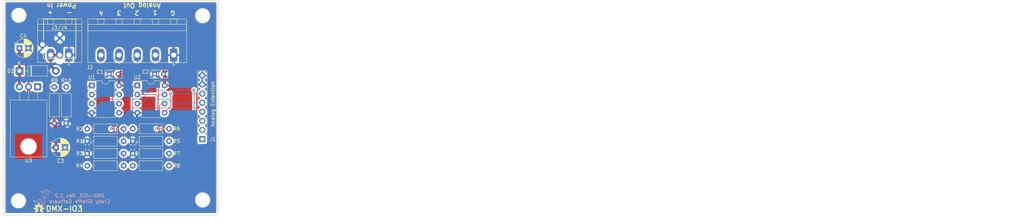
<source format=kicad_pcb>
(kicad_pcb (version 20171130) (host pcbnew "(5.0.0)")
  (title_block (title "DMX Demonstrator - Analog IO Amplify (DMX-IO3)") (date 2023-07-01) (rev 1.2) (company "Crazy Giraffe Software") (comment 2 "Designed by: SparkyBobo") (comment 3 https://creativecommons.org/licenses/by-sa/4.0/) (comment 4 "Released under the Creative Commons Attribution Share-Alike 4.0m License"))
  (layers (0 F.Cu signal) (31 B.Cu signal) (34 B.Paste user) (35 F.Paste user) (36 B.SilkS user) (37 F.SilkS user) (38 B.Mask user) (39 F.Mask user) (44 Edge.Cuts user))
  (net 0 "")
  (net 1 GND)
  (net 2 /AO1)
  (net 3 /AO0)
  (net 4 /AO3)
  (net 5 /AO2)
  (net 6 "Net-(J2-Pad2)")
  (net 7 "Net-(J2-Pad3)")
  (net 8 "Net-(J2-Pad4)")
  (net 9 "Net-(J2-Pad5)")
  (net 10 "Net-(R1-Pad2)")
  (net 11 "Net-(R10-Pad2)")
  (net 12 "Net-(D1-Pad2)")
  (net 13 "Net-(R3-Pad2)")
  (net 14 "Net-(R5-Pad2)")
  (net 15 "Net-(R7-Pad2)")
  (net 16 "Net-(C1-Pad1)")
  (net 17 "Net-(C4-Pad1)")
  (net 18 "Net-(J1-Pad1)")
  (net 19 "Net-(J1-Pad2)")
  (module Package_TO_SOT_THT:TO-220-3_Horizontal_TabDown (layer F.Cu) (at 135.89 97.9805 180)
    (fp_text reference U3 (at 2.54 -20.58 180) (layer F.SilkS))
    (fp_text value LM317T)
    (pad "" np_thru_hole oval (at 2.54 -16.66 180) (size 3.5 3.5) (drill 3.5) (layers *.Cu *.Mask))
    (pad 1 thru_hole rect (at 0 0 180) (size 1.905 2) (drill 1.1) (layers *.Cu *.Mask) (net 11 "Net-(R10-Pad2)"))
    (pad 2 thru_hole oval (at 2.54 0 180) (size 1.905 2) (drill 1.1) (layers *.Cu *.Mask) (net 16 "Net-(C1-Pad1)"))
    (pad 3 thru_hole oval (at 5.08 0 180) (size 1.905 2) (drill 1.1) (layers *.Cu *.Mask) (net 17 "Net-(C4-Pad1)"))
  )
  (module Resistor_THT:R_Axial_DIN0207_L6.3mm_D2.5mm_P10.16mm_Horizontal (layer F.Cu) (at 149.733 113.157)
    (fp_text reference R1 (at -2.159 0) (layer F.SilkS))
    (fp_text value "22.6k 1%")
    (pad 2 thru_hole oval (at 10.16 0) (size 1.6 1.6) (drill 0.8) (layers *.Cu *.Mask) (net 10 "Net-(R1-Pad2)"))
    (pad 1 thru_hole circle (at 0 0) (size 1.6 1.6) (drill 0.8) (layers *.Cu *.Mask) (net 1 GND))
  )
  (module Resistor_THT:R_Axial_DIN0207_L6.3mm_D2.5mm_P10.16mm_Horizontal (layer F.Cu) (at 149.733 109.728)
    (fp_text reference R2 (at -2.159 0) (layer F.SilkS))
    (fp_text value "68.1k 1%")
    (pad 1 thru_hole circle (at 0 0) (size 1.6 1.6) (drill 0.8) (layers *.Cu *.Mask) (net 9 "Net-(J2-Pad5)"))
    (pad 2 thru_hole oval (at 10.16 0) (size 1.6 1.6) (drill 0.8) (layers *.Cu *.Mask) (net 10 "Net-(R1-Pad2)"))
  )
  (module Resistor_THT:R_Axial_DIN0207_L6.3mm_D2.5mm_P10.16mm_Horizontal (layer F.Cu) (at 149.733 116.586)
    (fp_text reference R3 (at -2.159 0) (layer F.SilkS))
    (fp_text value "22.6k 1%")
    (pad 2 thru_hole oval (at 10.16 0) (size 1.6 1.6) (drill 0.8) (layers *.Cu *.Mask) (net 13 "Net-(R3-Pad2)"))
    (pad 1 thru_hole circle (at 0 0) (size 1.6 1.6) (drill 0.8) (layers *.Cu *.Mask) (net 1 GND))
  )
  (module Resistor_THT:R_Axial_DIN0207_L6.3mm_D2.5mm_P10.16mm_Horizontal (layer F.Cu) (at 159.893 120.015 180)
    (fp_text reference R4 (at 12.3825 0 180) (layer F.SilkS))
    (fp_text value "68.1k 1%")
    (pad 1 thru_hole circle (at 0 0 180) (size 1.6 1.6) (drill 0.8) (layers *.Cu *.Mask) (net 13 "Net-(R3-Pad2)"))
    (pad 2 thru_hole oval (at 10.16 0 180) (size 1.6 1.6) (drill 0.8) (layers *.Cu *.Mask) (net 8 "Net-(J2-Pad4)"))
  )
  (module Resistor_THT:R_Axial_DIN0207_L6.3mm_D2.5mm_P10.16mm_Horizontal (layer F.Cu) (at 162.433 113.157)
    (fp_text reference R5 (at 12.2555 0) (layer F.SilkS))
    (fp_text value "22.6k 1%")
    (pad 2 thru_hole oval (at 10.16 0) (size 1.6 1.6) (drill 0.8) (layers *.Cu *.Mask) (net 14 "Net-(R5-Pad2)"))
    (pad 1 thru_hole circle (at 0 0) (size 1.6 1.6) (drill 0.8) (layers *.Cu *.Mask) (net 1 GND))
  )
  (module Resistor_THT:R_Axial_DIN0207_L6.3mm_D2.5mm_P10.16mm_Horizontal (layer F.Cu) (at 172.593 109.6645 180)
    (fp_text reference R6 (at -2.0955 0 180) (layer F.SilkS))
    (fp_text value "68.1k 1%")
    (pad 1 thru_hole circle (at 0 0 180) (size 1.6 1.6) (drill 0.8) (layers *.Cu *.Mask) (net 14 "Net-(R5-Pad2)"))
    (pad 2 thru_hole oval (at 10.16 0 180) (size 1.6 1.6) (drill 0.8) (layers *.Cu *.Mask) (net 7 "Net-(J2-Pad3)"))
  )
  (module Resistor_THT:R_Axial_DIN0207_L6.3mm_D2.5mm_P10.16mm_Horizontal (layer F.Cu) (at 162.433 116.586)
    (fp_text reference R7 (at 12.2555 0) (layer F.SilkS))
    (fp_text value "22.6k 1%")
    (pad 2 thru_hole oval (at 10.16 0) (size 1.6 1.6) (drill 0.8) (layers *.Cu *.Mask) (net 15 "Net-(R7-Pad2)"))
    (pad 1 thru_hole circle (at 0 0) (size 1.6 1.6) (drill 0.8) (layers *.Cu *.Mask) (net 1 GND))
  )
  (module Resistor_THT:R_Axial_DIN0207_L6.3mm_D2.5mm_P10.16mm_Horizontal (layer F.Cu) (at 172.593 120.015 180)
    (fp_text reference R8 (at -2.0955 0 180) (layer F.SilkS))
    (fp_text value "68.1k 1%")
    (pad 1 thru_hole circle (at 0 0 180) (size 1.6 1.6) (drill 0.8) (layers *.Cu *.Mask) (net 15 "Net-(R7-Pad2)"))
    (pad 2 thru_hole oval (at 10.16 0 180) (size 1.6 1.6) (drill 0.8) (layers *.Cu *.Mask) (net 6 "Net-(J2-Pad2)"))
  )
  (module Capacitor_THT:CP_Radial_D5.0mm_P2.50mm (layer F.Cu) (at 141.0335 114.935)
    (fp_text reference C3 (at 1.25 3.7465) (layer F.SilkS))
    (fp_text value 10uF)
    (pad 1 thru_hole rect (at 0 0) (size 1.6 1.6) (drill 0.8) (layers *.Cu *.Mask) (net 16 "Net-(C1-Pad1)"))
    (pad 2 thru_hole circle (at 2.5 0) (size 1.6 1.6) (drill 0.8) (layers *.Cu *.Mask) (net 1 GND))
  )
  (module Connector_PinSocket_2.54mm:PinSocket_1x08_P2.54mm_Vertical (layer F.Cu) (at 181.864 112.5855 180)
    (fp_text reference J1 (at -2.8575 0 180) (layer F.SilkS))
    (fp_text value "Analog Extension")
    (pad 1 thru_hole rect (at 0 0 180) (size 1.7 1.7) (drill 1) (layers *.Cu *.Mask) (net 18 "Net-(J1-Pad1)"))
    (pad 2 thru_hole oval (at 0 2.54 180) (size 1.7 1.7) (drill 1) (layers *.Cu *.Mask) (net 19 "Net-(J1-Pad2)"))
    (pad 3 thru_hole oval (at 0 5.08 180) (size 1.7 1.7) (drill 1) (layers *.Cu *.Mask) (net 4 /AO3))
    (pad 4 thru_hole oval (at 0 7.62 180) (size 1.7 1.7) (drill 1) (layers *.Cu *.Mask) (net 5 /AO2))
    (pad 5 thru_hole oval (at 0 10.16 180) (size 1.7 1.7) (drill 1) (layers *.Cu *.Mask) (net 2 /AO1))
    (pad 6 thru_hole oval (at 0 12.7 180) (size 1.7 1.7) (drill 1) (layers *.Cu *.Mask) (net 3 /AO0))
    (pad 7 thru_hole oval (at 0 15.24 180) (size 1.7 1.7) (drill 1) (layers *.Cu *.Mask) (net 1 GND))
    (pad 8 thru_hole oval (at 0 17.78 180) (size 1.7 1.7) (drill 1) (layers *.Cu *.Mask) (net 1 GND))
  )
  (module Package_DIP:DIP-8_W7.62mm (layer F.Cu) (at 163.703 97.5995)
    (fp_text reference U2 (at 0 -2.286) (layer F.SilkS))
    (fp_text value TLV2772)
    (pad 8 thru_hole oval (at 7.62 0) (size 1.6 1.6) (drill 0.8) (layers *.Cu *.Mask) (net 16 "Net-(C1-Pad1)"))
    (pad 4 thru_hole oval (at 0 7.62) (size 1.6 1.6) (drill 0.8) (layers *.Cu *.Mask) (net 1 GND))
    (pad 7 thru_hole oval (at 7.62 2.54) (size 1.6 1.6) (drill 0.8) (layers *.Cu *.Mask) (net 6 "Net-(J2-Pad2)"))
    (pad 3 thru_hole oval (at 0 5.08) (size 1.6 1.6) (drill 0.8) (layers *.Cu *.Mask) (net 2 /AO1))
    (pad 6 thru_hole oval (at 7.62 5.08) (size 1.6 1.6) (drill 0.8) (layers *.Cu *.Mask) (net 15 "Net-(R7-Pad2)"))
    (pad 2 thru_hole oval (at 0 2.54) (size 1.6 1.6) (drill 0.8) (layers *.Cu *.Mask) (net 14 "Net-(R5-Pad2)"))
    (pad 5 thru_hole oval (at 7.62 7.62) (size 1.6 1.6) (drill 0.8) (layers *.Cu *.Mask) (net 3 /AO0))
    (pad 1 thru_hole rect (at 0 0) (size 1.6 1.6) (drill 0.8) (layers *.Cu *.Mask) (net 7 "Net-(J2-Pad3)"))
  )
  (module Package_DIP:DIP-8_W7.62mm (layer F.Cu) (at 151.003 97.5995)
    (fp_text reference U1 (at 0 -2.286) (layer F.SilkS))
    (fp_text value TLV2772)
    (pad 1 thru_hole rect (at 0 0) (size 1.6 1.6) (drill 0.8) (layers *.Cu *.Mask) (net 9 "Net-(J2-Pad5)"))
    (pad 5 thru_hole oval (at 7.62 7.62) (size 1.6 1.6) (drill 0.8) (layers *.Cu *.Mask) (net 5 /AO2))
    (pad 2 thru_hole oval (at 0 2.54) (size 1.6 1.6) (drill 0.8) (layers *.Cu *.Mask) (net 10 "Net-(R1-Pad2)"))
    (pad 6 thru_hole oval (at 7.62 5.08) (size 1.6 1.6) (drill 0.8) (layers *.Cu *.Mask) (net 13 "Net-(R3-Pad2)"))
    (pad 3 thru_hole oval (at 0 5.08) (size 1.6 1.6) (drill 0.8) (layers *.Cu *.Mask) (net 4 /AO3))
    (pad 7 thru_hole oval (at 7.62 2.54) (size 1.6 1.6) (drill 0.8) (layers *.Cu *.Mask) (net 8 "Net-(J2-Pad4)"))
    (pad 4 thru_hole oval (at 0 7.62) (size 1.6 1.6) (drill 0.8) (layers *.Cu *.Mask) (net 1 GND))
    (pad 8 thru_hole oval (at 7.62 0) (size 1.6 1.6) (drill 0.8) (layers *.Cu *.Mask) (net 16 "Net-(C1-Pad1)"))
  )
  (module Connector_Phoenix_MSTB:PhoenixContact_MSTBA_2,5_5-G-5,08_1x05_P5.08mm_Horizontal (layer F.Cu) (at 173.8579 89.121 180)
    (fp_text reference J2 (at 23.3756 -3.3731) (layer F.SilkS))
    (fp_text value Output)
    (pad 1 thru_hole rect (at 0 0 180) (size 2.08 3.6) (drill 1.4) (layers *.Cu *.Mask) (net 1 GND))
    (pad 2 thru_hole oval (at 5.08 0 180) (size 2.08 3.6) (drill 1.4) (layers *.Cu *.Mask) (net 6 "Net-(J2-Pad2)"))
    (pad 3 thru_hole oval (at 10.16 0 180) (size 2.08 3.6) (drill 1.4) (layers *.Cu *.Mask) (net 7 "Net-(J2-Pad3)"))
    (pad 4 thru_hole oval (at 15.24 0 180) (size 2.08 3.6) (drill 1.4) (layers *.Cu *.Mask) (net 8 "Net-(J2-Pad4)"))
    (pad 5 thru_hole oval (at 20.32 0 180) (size 2.08 3.6) (drill 1.4) (layers *.Cu *.Mask) (net 9 "Net-(J2-Pad5)"))
  )
  (module Capacitor_THT:C_Rect_L4.6mm_W2.0mm_P2.50mm_MKS02_FKP02 (layer F.Cu) (at 171.069 94.4245 180)
    (fp_text reference C2 (at 5.08 0.635 180) (layer F.SilkS))
    (fp_text value 0.1uF)
    (pad 2 thru_hole circle (at 2.5 0 180) (size 1.4 1.4) (drill 0.7) (layers *.Cu *.Mask) (net 1 GND))
    (pad 1 thru_hole circle (at 0 0 180) (size 1.4 1.4) (drill 0.7) (layers *.Cu *.Mask) (net 16 "Net-(C1-Pad1)"))
  )
  (module Capacitor_THT:C_Rect_L4.6mm_W2.0mm_P2.50mm_MKS02_FKP02 (layer F.Cu) (at 158.369 94.4245 180)
    (fp_text reference C1 (at 5.08 0.635 180) (layer F.SilkS))
    (fp_text value 0.1uF)
    (pad 1 thru_hole circle (at 0 0 180) (size 1.4 1.4) (drill 0.7) (layers *.Cu *.Mask) (net 16 "Net-(C1-Pad1)"))
    (pad 2 thru_hole circle (at 2.5 0 180) (size 1.4 1.4) (drill 0.7) (layers *.Cu *.Mask) (net 1 GND))
  )
  (module Capacitor_THT:CP_Radial_D5.0mm_P2.50mm (layer F.Cu) (at 130.81 87.1855)
    (fp_text reference C4 (at 1.0795 -3.429 -180) (layer F.SilkS))
    (fp_text value 10uF)
    (pad 1 thru_hole rect (at 0 0) (size 1.6 1.6) (drill 0.8) (layers *.Cu *.Mask) (net 17 "Net-(C4-Pad1)"))
    (pad 2 thru_hole circle (at 2.5 0) (size 1.6 1.6) (drill 0.8) (layers *.Cu *.Mask) (net 1 GND))
  )
  (module Connector_Phoenix_MSTB:PhoenixContact_MSTBA_2,5_2-G-5,08_1x02_P5.08mm_Horizontal (layer F.Cu) (at 144.5895 89.0905 180)
    (fp_text reference J3 hide)
    (fp_text value Power)
    (pad 1 thru_hole rect (at 0 0 180) (size 2.08 3.6) (drill 1.4) (layers *.Cu *.Mask) (net 1 GND))
    (pad 2 thru_hole oval (at 5.08 0 180) (size 2.08 3.6) (drill 1.4) (layers *.Cu *.Mask) (net 12 "Net-(D1-Pad2)"))
  )
  (module Connectors:POWER_JACK_PTH_BREAD (layer F.Cu) (at 142.0495 75.438 180)
    (fp_text reference J4 hide)
    (fp_text value Power hide)
    (pad GND thru_hole circle (at 0 -7.8994 180) (size 1.94818 1.94818) (drill 1.29794) (layers *.Cu *.Mask) (net 1 GND))
    (pad GNDB thru_hole circle (at 4.79806 -10.69848 180) (size 1.94818 1.94818) (drill 1.29794) (layers *.Cu *.Mask) (net 1 GND))
    (pad PWR thru_hole circle (at 0 -13.69822 180) (size 1.94818 1.94818) (drill 1.29794) (layers *.Cu *.Mask) (net 12 "Net-(D1-Pad2)"))
  )
  (module Diode_THT:D_DO-41_SOD81_P10.16mm_Horizontal (layer F.Cu) (at 130.81 93.5355)
    (fp_text reference D1 (at -2.4384 0) (layer F.SilkS))
    (fp_text value 1N5819)
    (fp_text user K (at 0 -2.1) (layer F.SilkS))
    (pad 1 thru_hole rect (at 0 0) (size 2.2 2.2) (drill 1.1) (layers *.Cu *.Mask) (net 17 "Net-(C4-Pad1)"))
    (pad 2 thru_hole oval (at 10.16 0) (size 2.2 2.2) (drill 1.1) (layers *.Cu *.Mask) (net 12 "Net-(D1-Pad2)"))
  )
  (module Resistor_THT:R_Axial_DIN0207_L6.3mm_D2.5mm_P10.16mm_Horizontal (layer F.Cu) (at 143.8783 108.1532 90)
    (fp_text reference R10 (at 11.9507 0.0127 180) (layer F.SilkS))
    (fp_text value "2.74k 1%")
    (pad 1 thru_hole circle (at 0 0 90) (size 1.6 1.6) (drill 0.8) (layers *.Cu *.Mask) (net 1 GND))
    (pad 2 thru_hole oval (at 10.16 0 90) (size 1.6 1.6) (drill 0.8) (layers *.Cu *.Mask) (net 11 "Net-(R10-Pad2)"))
  )
  (module Resistor_THT:R_Axial_DIN0207_L6.3mm_D2.5mm_P10.16mm_Horizontal (layer F.Cu) (at 140.5255 97.9932 270)
    (fp_text reference R9 (at -1.7907 0) (layer F.SilkS))
    (fp_text value "392 1%")
    (pad 1 thru_hole circle (at 0 0 270) (size 1.6 1.6) (drill 0.8) (layers *.Cu *.Mask) (net 11 "Net-(R10-Pad2)"))
    (pad 2 thru_hole oval (at 10.16 0 270) (size 1.6 1.6) (drill 0.8) (layers *.Cu *.Mask) (net 16 "Net-(C1-Pad1)"))
  )
  (module MountingHole:MountingHole_3.2mm_M3 (layer F.Cu) (at 181.9605 78.1355)
    (fp_text reference MH2 hide)
    (fp_text value MountingHole)
    (pad 1 np_thru_hole circle (at 0 0) (size 3.2 3.2) (drill 3.2) (layers *.Cu *.Mask))
  )
  (module MountingHole:MountingHole_3.2mm_M3 (layer F.Cu) (at 130.5255 129.8245)
    (fp_text reference MH3 hide)
    (fp_text value MountingHole)
    (pad 1 np_thru_hole circle (at 0 0) (size 3.2 3.2) (drill 3.2) (layers *.Cu *.Mask))
  )
  (module MountingHole:MountingHole_3.2mm_M3 (layer F.Cu) (at 181.9605 129.5705)
    (fp_text reference MH4 hide)
    (fp_text value MountingHole)
    (pad 1 np_thru_hole circle (at 0 0) (size 3.2 3.2) (drill 3.2) (layers *.Cu *.Mask))
  )
  (module MountingHole:MountingHole_3.2mm_M3 (layer F.Cu) (at 130.6525 78.0085)
    (fp_text reference MH1 hide)
    (fp_text value MountingHole)
    (pad 1 np_thru_hole circle (at 0 0) (size 3.2 3.2) (drill 3.2) (layers *.Cu *.Mask))
  )
  (module footprints:OSHW-LOGO-S (layer F.Cu) (at 136.271 131.953)
    (fp_text reference "" (at 0 0) (layer F.SilkS) (effects (font (size 1.524 1.524))))
    (fp_text value "" (at 0 0) (layer F.SilkS) (effects (font (size 1.524 1.524))))
  )
  (module footprints:logo_cr_5x5 (layer B.Cu) (at 137.0965 129.3495 180)
    (fp_text reference G*** hide)
    (fp_text value LOGO hide)
  )
  (gr_text "Analog Extention" (at 184.785 102.8065 90) (layer F.SilkS) (effects (font (size 1 1))))
  (gr_text J3/J4 (at 141.9225 81.4705) (layer F.SilkS) (effects (font (size 1 1))))
  (gr_text " -    +\nPower In" (at 142.5575 76.327 180) (layer F.SilkS) (effects (font (size 1.25 1.25) (thickness 0.25))))
  (gr_line (start 127.0914 73.8175) (end 185.5114 73.8175) (layer Edge.Cuts) (width 0.15))
  (gr_line (start 186.3472 74.6355) (end 186.342 132.969) (layer Edge.Cuts) (width 0.15))
  (gr_arc (start 185.5292 133.0325) (end 185.4835 133.7945) (angle -90) (layer Edge.Cuts) (width 0.15))
  (gr_arc (start 185.5292 74.6355) (end 186.3472 74.6355) (angle -90) (layer Edge.Cuts) (width 0.15))
  (gr_arc (start 127.0914 74.5795) (end 127.0914 73.8175) (angle -90) (layer Edge.Cuts) (width 0.15))
  (gr_arc (start 127.0965 133.0325) (end 126.3345 133.0325) (angle -90) (layer Edge.Cuts) (width 0.15))
  (gr_line (start 127.0965 133.7945) (end 185.4835 133.7945) (layer Edge.Cuts) (width 0.15))
  (gr_line (start 126.3294 133.0555) (end 126.3294 74.5795) (layer Edge.Cuts) (width 0.15))
  (gr_text "DMX-IO3, Rev 1.2\nCrazy Giraffe Software\n\n" (at 147.6375 129.9845) (layer B.SilkS) (effects (font (size 1 1) (thickness 0.15) italic) (justify mirror)))
  (gr_text DMX-IO3 (at 143.3195 132.0165) (layer F.SilkS) (effects (font (size 1.5 1.5) (thickness 0.3))))
  (gr_text "   G    1    2    3    4\nAnalog Out" (at 165.0619 76.3397 180) (layer F.SilkS) (effects (font (size 1.25 1.25) (thickness 0.25))))
  (segment (start 173.8579 89.121) (end 174.0789 88.9) (width 0.75) (layer B.Cu) (net 1))
  (segment (start 143.5335 108.498) (end 143.8783 108.1532) (width 0.75) (layer B.Cu) (net 1))
  (segment (start 143.5335 114.935) (end 143.5335 108.498) (width 0.75) (layer B.Cu) (net 1))
  (segment (start 173.9265 89.1896) (end 173.8579 89.121) (width 0.75) (layer B.Cu) (net 1))
  (segment (start 143.8783 108.1532) (end 144.526 107.5055) (width 0.75) (layer B.Cu) (net 1))
  (segment (start 173.99 94.8055) (end 173.9265 94.869) (width 0.75) (layer B.Cu) (net 1))
  (segment (start 181.864 94.8055) (end 173.99 94.8055) (width 0.75) (layer B.Cu) (net 1))
  (segment (start 181.864 97.3455) (end 174.0535 97.3455) (width 0.75) (layer B.Cu) (net 1))
  (segment (start 173.9265 92.2655) (end 173.9265 89.1896) (width 0.75) (layer B.Cu) (net 1))
  (segment (start 173.9265 94.869) (end 173.9265 92.2655) (width 0.75) (layer B.Cu) (net 1))
  (segment (start 168.569 92.369) (end 168.4655 92.2655) (width 0.75) (layer B.Cu) (net 1))
  (segment (start 168.569 94.4245) (end 168.569 92.369) (width 0.75) (layer B.Cu) (net 1))
  (segment (start 173.9265 92.2655) (end 168.4655 92.2655) (width 0.75) (layer B.Cu) (net 1))
  (segment (start 168.4655 92.2655) (end 156.1465 92.2655) (width 0.75) (layer B.Cu) (net 1))
  (segment (start 151.003 105.2195) (end 151.003 107.5055) (width 0.75) (layer B.Cu) (net 1))
  (segment (start 163.703 107.442) (end 163.6395 107.5055) (width 0.75) (layer B.Cu) (net 1))
  (segment (start 163.703 105.2195) (end 163.703 107.442) (width 0.75) (layer B.Cu) (net 1))
  (segment (start 149.733 113.157) (end 149.733 116.586) (width 0.75) (layer B.Cu) (net 1))
  (segment (start 162.433 113.157) (end 162.433 116.586) (width 0.75) (layer B.Cu) (net 1))
  (segment (start 151.003 107.5055) (end 151.5745 107.5055) (width 0.75) (layer B.Cu) (net 1))
  (segment (start 151.5745 107.5055) (end 163.6395 107.5055) (width 0.75) (layer B.Cu) (net 1))
  (segment (start 164.4015 112.0775) (end 164.4015 107.569) (width 0.75) (layer B.Cu) (net 1))
  (segment (start 162.433 113.157) (end 163.322 113.157) (width 0.75) (layer B.Cu) (net 1))
  (segment (start 163.322 113.157) (end 164.4015 112.0775) (width 0.75) (layer B.Cu) (net 1))
  (segment (start 151.5745 112.268) (end 151.5745 107.5055) (width 0.75) (layer B.Cu) (net 1))
  (segment (start 149.733 113.157) (end 150.6855 113.157) (width 0.75) (layer B.Cu) (net 1))
  (segment (start 150.6855 113.157) (end 151.5745 112.268) (width 0.75) (layer B.Cu) (net 1))
  (segment (start 146.177 107.5055) (end 151.003 107.5055) (width 0.75) (layer B.Cu) (net 1))
  (segment (start 144.526 107.5055) (end 146.177 107.5055) (width 0.75) (layer B.Cu) (net 1))
  (segment (start 146.177 107.5055) (end 147.447 107.5055) (width 0.75) (layer B.Cu) (net 1))
  (segment (start 155.869 92.543) (end 156.1465 92.2655) (width 0.75) (layer B.Cu) (net 1))
  (segment (start 155.869 94.4245) (end 155.869 92.543) (width 0.75) (layer B.Cu) (net 1))
  (segment (start 156.1465 92.2655) (end 147.447 92.2655) (width 0.75) (layer B.Cu) (net 1))
  (segment (start 147.447 107.5055) (end 147.447 92.2655) (width 0.75) (layer B.Cu) (net 1))
  (segment (start 147.447 92.2655) (end 147.447 91.567) (width 0.75) (layer B.Cu) (net 1))
  (segment (start 164.338 107.5055) (end 164.4015 107.569) (width 0.75) (layer B.Cu) (net 1))
  (segment (start 163.6395 107.5055) (end 164.338 107.5055) (width 0.75) (layer B.Cu) (net 1))
  (segment (start 173.9265 97.2185) (end 174.0535 97.3455) (width 0.75) (layer B.Cu) (net 1))
  (segment (start 173.9265 94.869) (end 173.9265 97.2185) (width 0.75) (layer B.Cu) (net 1))
  (segment (start 164.338 107.5055) (end 178.7525 107.5055) (width 0.75) (layer B.Cu) (net 1))
  (segment (start 178.7525 107.5055) (end 178.7525 115.697) (width 0.75) (layer B.Cu) (net 1))
  (segment (start 178.7525 115.697) (end 184.8485 115.697) (width 0.75) (layer B.Cu) (net 1))
  (segment (start 184.8485 115.697) (end 184.8485 97.409) (width 0.75) (layer B.Cu) (net 1))
  (segment (start 181.9275 97.409) (end 181.864 97.3455) (width 0.75) (layer B.Cu) (net 1))
  (segment (start 184.8485 97.409) (end 181.9275 97.409) (width 0.75) (layer B.Cu) (net 1))
  (segment (start 144.5895 89.0905) (end 147.447 89.0905) (width 0.75) (layer B.Cu) (net 1))
  (segment (start 147.447 91.567) (end 147.447 89.0905) (width 0.75) (layer B.Cu) (net 1))
  (segment (start 133.3354 87.2109) (end 133.31 87.1855) (width 0.75) (layer B.Cu) (net 1))
  (segment (start 173.8579 83.312) (end 173.8579 89.121) (width 0.75) (layer B.Cu) (net 1))
  (segment (start 147.447 89.0905) (end 147.447 83.312) (width 0.75) (layer B.Cu) (net 1))
  (segment (start 147.447 83.312) (end 173.8579 83.312) (width 0.75) (layer B.Cu) (net 1))
  (segment (start 139.2936 83.3374) (end 142.0495 83.3374) (width 0.75) (layer B.Cu) (net 1))
  (segment (start 137.25144 86.13648) (end 137.25144 85.37956) (width 0.75) (layer B.Cu) (net 1))
  (segment (start 137.25144 85.37956) (end 139.2936 83.3374) (width 0.75) (layer B.Cu) (net 1))
  (segment (start 137.21842 86.1695) (end 137.25144 86.13648) (width 0.75) (layer B.Cu) (net 1))
  (segment (start 134.366 86.1695) (end 137.21842 86.1695) (width 0.75) (layer B.Cu) (net 1))
  (segment (start 133.31 87.1855) (end 133.35 87.1855) (width 0.75) (layer B.Cu) (net 1))
  (segment (start 133.35 87.1855) (end 134.366 86.1695) (width 0.75) (layer B.Cu) (net 1))
  (segment (start 142.0749 83.312) (end 142.0495 83.3374) (width 0.75) (layer B.Cu) (net 1))
  (segment (start 147.447 83.312) (end 142.0749 83.312) (width 0.75) (layer B.Cu) (net 1))
  (segment (start 164.846 102.6795) (end 163.703 102.6795) (width 0.1524) (layer B.Cu) (net 2))
  (segment (start 166.116 101.4095) (end 164.846 102.6795) (width 0.1524) (layer B.Cu) (net 2))
  (segment (start 172.4025 101.4095) (end 166.116 101.4095) (width 0.1524) (layer B.Cu) (net 2))
  (segment (start 181.864 102.4255) (end 173.4185 102.4255) (width 0.1524) (layer B.Cu) (net 2))
  (segment (start 173.4185 102.4255) (end 172.4025 101.4095) (width 0.1524) (layer B.Cu) (net 2))
  (segment (start 181.864 99.8855) (end 172.9105 99.8855) (width 0.1524) (layer B.Cu) (net 3))
  (via (at 172.9105 99.8855) (size 0.6858) (drill 0.3302) (layers F.Cu B.Cu) (net 3))
  (segment (start 172.9105 103.632) (end 171.323 105.2195) (width 0.1524) (layer F.Cu) (net 3))
  (segment (start 172.9105 99.8855) (end 172.9105 103.632) (width 0.1524) (layer F.Cu) (net 3))
  (via (at 179.578 98.8695) (size 0.6858) (drill 0.3302) (layers F.Cu B.Cu) (net 4))
  (segment (start 179.578 105.2195) (end 181.864 107.5055) (width 0.1524) (layer F.Cu) (net 4))
  (segment (start 179.578 98.8695) (end 179.578 105.2195) (width 0.1524) (layer F.Cu) (net 4))
  (segment (start 167.386 98.8695) (end 179.578 98.8695) (width 0.1524) (layer B.Cu) (net 4))
  (segment (start 164.846 101.4095) (end 167.386 98.8695) (width 0.1524) (layer B.Cu) (net 4))
  (segment (start 153.416 101.4095) (end 164.846 101.4095) (width 0.1524) (layer B.Cu) (net 4))
  (segment (start 151.003 102.6795) (end 152.146 102.6795) (width 0.1524) (layer B.Cu) (net 4))
  (segment (start 152.146 102.6795) (end 153.416 101.4095) (width 0.1524) (layer B.Cu) (net 4))
  (segment (start 181.1655 104.9655) (end 181.864 104.9655) (width 0.1524) (layer B.Cu) (net 5))
  (segment (start 180.086 103.886) (end 181.1655 104.9655) (width 0.1524) (layer B.Cu) (net 5))
  (segment (start 161.036 103.886) (end 180.086 103.886) (width 0.1524) (layer B.Cu) (net 5))
  (segment (start 158.623 105.2195) (end 159.7025 105.2195) (width 0.1524) (layer B.Cu) (net 5))
  (segment (start 159.7025 105.2195) (end 161.036 103.886) (width 0.1524) (layer B.Cu) (net 5))
  (segment (start 169.037 120.015) (end 162.433 120.015) (width 0.1524) (layer F.Cu) (net 6))
  (segment (start 169.672 119.38) (end 169.037 120.015) (width 0.1524) (layer F.Cu) (net 6))
  (segment (start 169.672 100.584) (end 169.672 119.38) (width 0.1524) (layer F.Cu) (net 6))
  (segment (start 169.672 90.0151) (end 168.7779 89.121) (width 0.1524) (layer F.Cu) (net 6))
  (segment (start 169.672 100.584) (end 169.672 90.0151) (width 0.1524) (layer F.Cu) (net 6))
  (segment (start 169.672 100.1395) (end 169.672 100.584) (width 0.1524) (layer F.Cu) (net 6))
  (segment (start 171.323 100.1395) (end 169.672 100.1395) (width 0.1524) (layer F.Cu) (net 6))
  (segment (start 163.6979 97.5944) (end 163.703 97.5995) (width 0.1524) (layer F.Cu) (net 7))
  (segment (start 163.6979 89.121) (end 163.6979 97.5944) (width 0.1524) (layer F.Cu) (net 7))
  (segment (start 162.433 98.044) (end 162.433 109.6645) (width 0.1524) (layer F.Cu) (net 7))
  (segment (start 163.703 97.5995) (end 162.8775 97.5995) (width 0.1524) (layer F.Cu) (net 7))
  (segment (start 162.8775 97.5995) (end 162.433 98.044) (width 0.1524) (layer F.Cu) (net 7))
  (segment (start 156.972 90.7669) (end 158.6179 89.121) (width 0.1524) (layer F.Cu) (net 8))
  (segment (start 149.733 120.015) (end 156.7815 120.015) (width 0.1524) (layer F.Cu) (net 8))
  (segment (start 156.7815 120.015) (end 156.972 119.8245) (width 0.1524) (layer F.Cu) (net 8))
  (segment (start 158.623 100.1395) (end 156.972 100.1395) (width 0.1524) (layer F.Cu) (net 8))
  (segment (start 156.972 119.8245) (end 156.972 100.1395) (width 0.1524) (layer F.Cu) (net 8))
  (segment (start 156.972 100.1395) (end 156.972 90.7669) (width 0.1524) (layer F.Cu) (net 8))
  (segment (start 151.003 97.5995) (end 151.13 97.5995) (width 0.1524) (layer B.Cu) (net 9))
  (segment (start 153.5379 89.121) (end 153.5379 96.2711) (width 0.1524) (layer F.Cu) (net 9))
  (segment (start 152.2095 97.5995) (end 151.003 97.5995) (width 0.1524) (layer F.Cu) (net 9))
  (segment (start 153.5379 96.2711) (end 152.2095 97.5995) (width 0.1524) (layer F.Cu) (net 9))
  (segment (start 150.241 97.5995) (end 151.003 97.5995) (width 0.1524) (layer F.Cu) (net 9))
  (segment (start 149.733 109.728) (end 149.733 98.1075) (width 0.1524) (layer F.Cu) (net 9))
  (segment (start 149.733 98.1075) (end 150.241 97.5995) (width 0.1524) (layer F.Cu) (net 9))
  (segment (start 159.893 109.728) (end 159.893 113.157) (width 0.1524) (layer F.Cu) (net 10))
  (segment (start 156.1465 100.1395) (end 151.003 100.1395) (width 0.1524) (layer F.Cu) (net 10))
  (segment (start 156.6545 100.6475) (end 156.1465 100.1395) (width 0.1524) (layer F.Cu) (net 10))
  (segment (start 156.6545 109.474) (end 156.6545 100.6475) (width 0.1524) (layer F.Cu) (net 10))
  (segment (start 156.4005 109.728) (end 156.6545 109.474) (width 0.1524) (layer F.Cu) (net 10))
  (via (at 156.4005 109.728) (size 0.6858) (drill 0.3302) (layers F.Cu B.Cu) (net 10))
  (segment (start 156.4005 109.728) (end 159.893 109.728) (width 0.1524) (layer B.Cu) (net 10))
  (segment (start 135.9027 97.9932) (end 140.5255 97.9932) (width 0.1524) (layer F.Cu) (net 11))
  (segment (start 140.5255 97.9932) (end 143.8783 97.9932) (width 0.1524) (layer F.Cu) (net 11))
  (segment (start 139.5095 92.075) (end 140.97 93.5355) (width 0.75) (layer F.Cu) (net 12))
  (segment (start 139.5095 89.0905) (end 139.5095 92.075) (width 0.75) (layer F.Cu) (net 12))
  (segment (start 139.55522 89.13622) (end 139.5095 89.0905) (width 0.75) (layer F.Cu) (net 12))
  (segment (start 142.0495 89.13622) (end 139.55522 89.13622) (width 0.75) (layer F.Cu) (net 12))
  (segment (start 159.893 116.586) (end 159.893 120.015) (width 0.1524) (layer F.Cu) (net 13))
  (segment (start 157.7975 116.586) (end 159.893 116.586) (width 0.1524) (layer F.Cu) (net 13))
  (segment (start 157.2895 116.078) (end 157.7975 116.586) (width 0.1524) (layer F.Cu) (net 13))
  (segment (start 157.2895 103.124) (end 157.2895 116.078) (width 0.1524) (layer F.Cu) (net 13))
  (segment (start 158.623 102.6795) (end 157.734 102.6795) (width 0.1524) (layer F.Cu) (net 13))
  (segment (start 157.734 102.6795) (end 157.2895 103.124) (width 0.1524) (layer F.Cu) (net 13))
  (segment (start 172.593 109.6645) (end 172.593 113.157) (width 0.1524) (layer F.Cu) (net 14))
  (segment (start 168.91 100.1395) (end 163.703 100.1395) (width 0.1524) (layer F.Cu) (net 14))
  (segment (start 169.3545 100.584) (end 168.91 100.1395) (width 0.1524) (layer F.Cu) (net 14))
  (segment (start 169.3545 109.4105) (end 169.3545 100.584) (width 0.1524) (layer F.Cu) (net 14))
  (segment (start 169.1005 109.6645) (end 169.3545 109.4105) (width 0.1524) (layer F.Cu) (net 14))
  (via (at 169.1005 109.6645) (size 0.6858) (drill 0.3302) (layers F.Cu B.Cu) (net 14))
  (segment (start 169.1005 109.6645) (end 172.593 109.6645) (width 0.1524) (layer B.Cu) (net 14))
  (segment (start 172.593 116.586) (end 172.593 120.015) (width 0.1524) (layer F.Cu) (net 15))
  (segment (start 170.434 116.586) (end 172.593 116.586) (width 0.1524) (layer F.Cu) (net 15))
  (segment (start 169.9895 116.1415) (end 170.434 116.586) (width 0.1524) (layer F.Cu) (net 15))
  (segment (start 169.9895 103.1875) (end 169.9895 116.1415) (width 0.1524) (layer F.Cu) (net 15))
  (segment (start 171.323 102.6795) (end 170.4975 102.6795) (width 0.1524) (layer F.Cu) (net 15))
  (segment (start 170.4975 102.6795) (end 169.9895 103.1875) (width 0.1524) (layer F.Cu) (net 15))
  (segment (start 133.3627 97.9932) (end 133.3627 99.5553) (width 0.75) (layer F.Cu) (net 16))
  (segment (start 133.3627 99.5553) (end 134.1374 100.33) (width 0.75) (layer F.Cu) (net 16))
  (segment (start 140.5255 108.1532) (end 140.5255 100.33) (width 0.75) (layer F.Cu) (net 16))
  (segment (start 134.1374 100.33) (end 140.5255 100.33) (width 0.75) (layer F.Cu) (net 16))
  (segment (start 141.0335 108.6612) (end 140.5255 108.1532) (width 0.75) (layer F.Cu) (net 16))
  (segment (start 141.0335 114.935) (end 141.0335 108.6612) (width 0.75) (layer F.Cu) (net 16))
  (segment (start 171.323 94.6785) (end 171.069 94.4245) (width 0.75) (layer F.Cu) (net 16))
  (segment (start 171.323 97.5995) (end 171.323 94.6785) (width 0.75) (layer F.Cu) (net 16))
  (segment (start 158.623 94.6785) (end 158.369 94.4245) (width 0.75) (layer F.Cu) (net 16))
  (segment (start 158.623 97.5995) (end 158.623 94.6785) (width 0.75) (layer F.Cu) (net 16))
  (segment (start 171.069 86.0425) (end 171.069 94.4245) (width 0.75) (layer F.Cu) (net 16))
  (segment (start 140.5255 100.33) (end 146.939 100.33) (width 0.75) (layer F.Cu) (net 16))
  (segment (start 146.939 100.33) (end 146.939 86.0425) (width 0.75) (layer F.Cu) (net 16))
  (segment (start 158.369 94.4245) (end 158.369 94.107) (width 0.75) (layer F.Cu) (net 16))
  (segment (start 146.939 86.0425) (end 156.718 86.0425) (width 0.75) (layer F.Cu) (net 16))
  (segment (start 158.369 94.4245) (end 159.8295 94.4245) (width 0.75) (layer F.Cu) (net 16))
  (segment (start 161.036 93.218) (end 161.036 86.0425) (width 0.75) (layer F.Cu) (net 16))
  (segment (start 159.8295 94.4245) (end 161.036 93.218) (width 0.75) (layer F.Cu) (net 16))
  (segment (start 156.718 86.0425) (end 161.036 86.0425) (width 0.75) (layer F.Cu) (net 16))
  (segment (start 161.036 86.0425) (end 171.069 86.0425) (width 0.75) (layer F.Cu) (net 16))
  (segment (start 130.81 87.1855) (end 130.81 93.5355) (width 0.75) (layer F.Cu) (net 17))
  (segment (start 130.81 97.9805) (end 130.8227 97.9932) (width 0.75) (layer F.Cu) (net 17))
  (segment (start 130.81 93.5355) (end 130.81 97.9805) (width 0.75) (layer F.Cu) (net 17))
  (zone (net 16) (net_name "Net-(C1-Pad1)") (layer F.Cu) (priority 1) (connect_pads (clearance 0.508)) (min_thickness 0.254) (fill yes (arc_segments 16) (thermal_gap 0.508) (thermal_bridge_width 0.508))
    (polygon (pts (xy 126.4285 133.0325) (xy 126.4285 74.549) (xy 127 73.914) (xy 185.547 73.914) (xy 186.2455 74.549) (xy 186.2455 132.969) (xy 185.7375 133.6675) (xy 127.0635 133.6675)))
  )
  (zone (net 1) (net_name GND) (layer B.Cu) (priority 1) (connect_pads (clearance 0.508)) (min_thickness 0.254) (fill yes (arc_segments 16) (thermal_gap 0.508) (thermal_bridge_width 0.508))
    (polygon (pts (xy 186.2455 132.9055) (xy 185.4835 133.6675) (xy 127.0635 133.6675) (xy 126.4285 133.0325) (xy 126.4285 74.549) (xy 127 73.914) (xy 185.547 73.914) (xy 186.2455 74.549)))
  )
  (zone (net 0) (net_name "") (layer B.Cu) (connect_pads (clearance 0.508)) (min_thickness 0.254)
    (keepout (tracks not_allowed) (vias not_allowed) (copperpour not_allowed))
    (fill (arc_segments 16) (thermal_gap 0.508) (thermal_bridge_width 0.508))
    (polygon (pts (xy 129.6035 111.064394) (xy 137.0965 111.064394) (xy 137.0965 118.11) (xy 129.6035 118.11)))
  )
)
</source>
